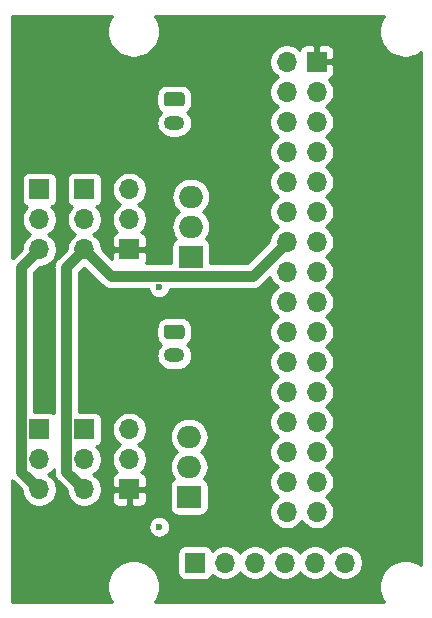
<source format=gbr>
G04 #@! TF.GenerationSoftware,KiCad,Pcbnew,(5.1.9)-1*
G04 #@! TF.CreationDate,2021-11-12T16:09:24-07:00*
G04 #@! TF.ProjectId,ABSIS_Nano_Relay_Module,41425349-535f-44e6-916e-6f5f52656c61,1*
G04 #@! TF.SameCoordinates,Original*
G04 #@! TF.FileFunction,Copper,L2,Inr*
G04 #@! TF.FilePolarity,Positive*
%FSLAX46Y46*%
G04 Gerber Fmt 4.6, Leading zero omitted, Abs format (unit mm)*
G04 Created by KiCad (PCBNEW (5.1.9)-1) date 2021-11-12 16:09:24*
%MOMM*%
%LPD*%
G01*
G04 APERTURE LIST*
G04 #@! TA.AperFunction,ComponentPad*
%ADD10O,1.700000X1.700000*%
G04 #@! TD*
G04 #@! TA.AperFunction,ComponentPad*
%ADD11R,1.700000X1.700000*%
G04 #@! TD*
G04 #@! TA.AperFunction,ComponentPad*
%ADD12O,2.000000X1.905000*%
G04 #@! TD*
G04 #@! TA.AperFunction,ComponentPad*
%ADD13R,2.000000X1.905000*%
G04 #@! TD*
G04 #@! TA.AperFunction,ComponentPad*
%ADD14O,1.750000X1.200000*%
G04 #@! TD*
G04 #@! TA.AperFunction,ViaPad*
%ADD15C,0.600000*%
G04 #@! TD*
G04 #@! TA.AperFunction,Conductor*
%ADD16C,0.914400*%
G04 #@! TD*
G04 #@! TA.AperFunction,Conductor*
%ADD17C,0.254000*%
G04 #@! TD*
G04 #@! TA.AperFunction,Conductor*
%ADD18C,0.100000*%
G04 #@! TD*
G04 APERTURE END LIST*
D10*
X128625000Y-104605000D03*
X128625000Y-102065000D03*
D11*
X128625000Y-99525000D03*
D10*
X124815000Y-104605000D03*
X124815000Y-102065000D03*
D11*
X124815000Y-99525000D03*
D10*
X128625000Y-84285000D03*
X128625000Y-81745000D03*
D11*
X128625000Y-79205000D03*
D10*
X124815000Y-84285000D03*
X124815000Y-81745000D03*
D11*
X124815000Y-79205000D03*
D12*
X137515000Y-100160000D03*
X137515000Y-102700000D03*
D13*
X137515000Y-105240000D03*
D12*
X137642000Y-79840000D03*
X137642000Y-82380000D03*
D13*
X137642000Y-84920000D03*
D10*
X132435000Y-99525000D03*
X132435000Y-102065000D03*
D11*
X132435000Y-104605000D03*
D10*
X132435000Y-79205000D03*
X132435000Y-81745000D03*
D11*
X132435000Y-84285000D03*
D14*
X136245000Y-93270000D03*
G04 #@! TA.AperFunction,ComponentPad*
G36*
G01*
X135619999Y-90670000D02*
X136870001Y-90670000D01*
G75*
G02*
X137120000Y-90919999I0J-249999D01*
G01*
X137120000Y-91620001D01*
G75*
G02*
X136870001Y-91870000I-249999J0D01*
G01*
X135619999Y-91870000D01*
G75*
G02*
X135370000Y-91620001I0J249999D01*
G01*
X135370000Y-90919999D01*
G75*
G02*
X135619999Y-90670000I249999J0D01*
G01*
G37*
G04 #@! TD.AperFunction*
X136245000Y-73585000D03*
G04 #@! TA.AperFunction,ComponentPad*
G36*
G01*
X135619999Y-70985000D02*
X136870001Y-70985000D01*
G75*
G02*
X137120000Y-71234999I0J-249999D01*
G01*
X137120000Y-71935001D01*
G75*
G02*
X136870001Y-72185000I-249999J0D01*
G01*
X135619999Y-72185000D01*
G75*
G02*
X135370000Y-71935001I0J249999D01*
G01*
X135370000Y-71234999D01*
G75*
G02*
X135619999Y-70985000I249999J0D01*
G01*
G37*
G04 #@! TD.AperFunction*
D10*
X150710000Y-110810000D03*
X148170000Y-110810000D03*
X145630000Y-110810000D03*
X143090000Y-110810000D03*
X140550000Y-110810000D03*
D11*
X138010000Y-110810000D03*
D10*
X145770000Y-106510000D03*
X148310000Y-106510000D03*
X145770000Y-103970000D03*
X148310000Y-103970000D03*
X145770000Y-101430000D03*
X148310000Y-101430000D03*
X145770000Y-98890000D03*
X148310000Y-98890000D03*
X145770000Y-96350000D03*
X148310000Y-96350000D03*
X145770000Y-93810000D03*
X148310000Y-93810000D03*
X145770000Y-91270000D03*
X148310000Y-91270000D03*
X145770000Y-88730000D03*
X148310000Y-88730000D03*
X145770000Y-86190000D03*
X148310000Y-86190000D03*
X145770000Y-83650000D03*
X148310000Y-83650000D03*
X145770000Y-81110000D03*
X148310000Y-81110000D03*
X145770000Y-78570000D03*
X148310000Y-78570000D03*
X145770000Y-76030000D03*
X148310000Y-76030000D03*
X145770000Y-73490000D03*
X148310000Y-73490000D03*
X145770000Y-70950000D03*
X148310000Y-70950000D03*
X145770000Y-68410000D03*
D11*
X148310000Y-68410000D03*
D15*
X134975000Y-87486911D03*
X134975000Y-107780000D03*
D16*
X123307799Y-85792201D02*
X124815000Y-84285000D01*
X123307799Y-103097799D02*
X123307799Y-85792201D01*
X124815000Y-104605000D02*
X123307799Y-103097799D01*
X130869701Y-86529701D02*
X128625000Y-84285000D01*
X142890299Y-86529701D02*
X130869701Y-86529701D01*
X145770000Y-83650000D02*
X142890299Y-86529701D01*
X127117799Y-85792201D02*
X128625000Y-84285000D01*
X127117799Y-103097799D02*
X127117799Y-85792201D01*
X128625000Y-104605000D02*
X127117799Y-103097799D01*
D17*
X130829369Y-64751331D02*
X130660890Y-65158075D01*
X130575000Y-65589872D01*
X130575000Y-66030128D01*
X130660890Y-66461925D01*
X130829369Y-66868669D01*
X131073962Y-67234729D01*
X131385271Y-67546038D01*
X131751331Y-67790631D01*
X132158075Y-67959110D01*
X132589872Y-68045000D01*
X133030128Y-68045000D01*
X133461925Y-67959110D01*
X133868669Y-67790631D01*
X134234729Y-67546038D01*
X134546038Y-67234729D01*
X134790631Y-66868669D01*
X134959110Y-66461925D01*
X135045000Y-66030128D01*
X135045000Y-65589872D01*
X134959110Y-65158075D01*
X134790631Y-64751331D01*
X134619356Y-64495000D01*
X154000644Y-64495000D01*
X153829369Y-64751331D01*
X153660890Y-65158075D01*
X153575000Y-65589872D01*
X153575000Y-66030128D01*
X153660890Y-66461925D01*
X153829369Y-66868669D01*
X154073962Y-67234729D01*
X154385271Y-67546038D01*
X154751331Y-67790631D01*
X155158075Y-67959110D01*
X155589872Y-68045000D01*
X156030128Y-68045000D01*
X156461925Y-67959110D01*
X156868669Y-67790631D01*
X157125001Y-67619356D01*
X157125000Y-111000644D01*
X156868669Y-110829369D01*
X156461925Y-110660890D01*
X156030128Y-110575000D01*
X155589872Y-110575000D01*
X155158075Y-110660890D01*
X154751331Y-110829369D01*
X154385271Y-111073962D01*
X154073962Y-111385271D01*
X153829369Y-111751331D01*
X153660890Y-112158075D01*
X153575000Y-112589872D01*
X153575000Y-113030128D01*
X153660890Y-113461925D01*
X153829369Y-113868669D01*
X154000644Y-114125000D01*
X134619356Y-114125000D01*
X134790631Y-113868669D01*
X134959110Y-113461925D01*
X135045000Y-113030128D01*
X135045000Y-112589872D01*
X134959110Y-112158075D01*
X134790631Y-111751331D01*
X134546038Y-111385271D01*
X134234729Y-111073962D01*
X133868669Y-110829369D01*
X133461925Y-110660890D01*
X133030128Y-110575000D01*
X132589872Y-110575000D01*
X132158075Y-110660890D01*
X131751331Y-110829369D01*
X131385271Y-111073962D01*
X131073962Y-111385271D01*
X130829369Y-111751331D01*
X130660890Y-112158075D01*
X130575000Y-112589872D01*
X130575000Y-113030128D01*
X130660890Y-113461925D01*
X130829369Y-113868669D01*
X131000644Y-114125000D01*
X122495000Y-114125000D01*
X122495000Y-109960000D01*
X136521928Y-109960000D01*
X136521928Y-111660000D01*
X136534188Y-111784482D01*
X136570498Y-111904180D01*
X136629463Y-112014494D01*
X136708815Y-112111185D01*
X136805506Y-112190537D01*
X136915820Y-112249502D01*
X137035518Y-112285812D01*
X137160000Y-112298072D01*
X138860000Y-112298072D01*
X138984482Y-112285812D01*
X139104180Y-112249502D01*
X139214494Y-112190537D01*
X139311185Y-112111185D01*
X139390537Y-112014494D01*
X139449502Y-111904180D01*
X139471513Y-111831620D01*
X139603368Y-111963475D01*
X139846589Y-112125990D01*
X140116842Y-112237932D01*
X140403740Y-112295000D01*
X140696260Y-112295000D01*
X140983158Y-112237932D01*
X141253411Y-112125990D01*
X141496632Y-111963475D01*
X141703475Y-111756632D01*
X141820000Y-111582240D01*
X141936525Y-111756632D01*
X142143368Y-111963475D01*
X142386589Y-112125990D01*
X142656842Y-112237932D01*
X142943740Y-112295000D01*
X143236260Y-112295000D01*
X143523158Y-112237932D01*
X143793411Y-112125990D01*
X144036632Y-111963475D01*
X144243475Y-111756632D01*
X144360000Y-111582240D01*
X144476525Y-111756632D01*
X144683368Y-111963475D01*
X144926589Y-112125990D01*
X145196842Y-112237932D01*
X145483740Y-112295000D01*
X145776260Y-112295000D01*
X146063158Y-112237932D01*
X146333411Y-112125990D01*
X146576632Y-111963475D01*
X146783475Y-111756632D01*
X146900000Y-111582240D01*
X147016525Y-111756632D01*
X147223368Y-111963475D01*
X147466589Y-112125990D01*
X147736842Y-112237932D01*
X148023740Y-112295000D01*
X148316260Y-112295000D01*
X148603158Y-112237932D01*
X148873411Y-112125990D01*
X149116632Y-111963475D01*
X149323475Y-111756632D01*
X149440000Y-111582240D01*
X149556525Y-111756632D01*
X149763368Y-111963475D01*
X150006589Y-112125990D01*
X150276842Y-112237932D01*
X150563740Y-112295000D01*
X150856260Y-112295000D01*
X151143158Y-112237932D01*
X151413411Y-112125990D01*
X151656632Y-111963475D01*
X151863475Y-111756632D01*
X152025990Y-111513411D01*
X152137932Y-111243158D01*
X152195000Y-110956260D01*
X152195000Y-110663740D01*
X152137932Y-110376842D01*
X152025990Y-110106589D01*
X151863475Y-109863368D01*
X151656632Y-109656525D01*
X151413411Y-109494010D01*
X151143158Y-109382068D01*
X150856260Y-109325000D01*
X150563740Y-109325000D01*
X150276842Y-109382068D01*
X150006589Y-109494010D01*
X149763368Y-109656525D01*
X149556525Y-109863368D01*
X149440000Y-110037760D01*
X149323475Y-109863368D01*
X149116632Y-109656525D01*
X148873411Y-109494010D01*
X148603158Y-109382068D01*
X148316260Y-109325000D01*
X148023740Y-109325000D01*
X147736842Y-109382068D01*
X147466589Y-109494010D01*
X147223368Y-109656525D01*
X147016525Y-109863368D01*
X146900000Y-110037760D01*
X146783475Y-109863368D01*
X146576632Y-109656525D01*
X146333411Y-109494010D01*
X146063158Y-109382068D01*
X145776260Y-109325000D01*
X145483740Y-109325000D01*
X145196842Y-109382068D01*
X144926589Y-109494010D01*
X144683368Y-109656525D01*
X144476525Y-109863368D01*
X144360000Y-110037760D01*
X144243475Y-109863368D01*
X144036632Y-109656525D01*
X143793411Y-109494010D01*
X143523158Y-109382068D01*
X143236260Y-109325000D01*
X142943740Y-109325000D01*
X142656842Y-109382068D01*
X142386589Y-109494010D01*
X142143368Y-109656525D01*
X141936525Y-109863368D01*
X141820000Y-110037760D01*
X141703475Y-109863368D01*
X141496632Y-109656525D01*
X141253411Y-109494010D01*
X140983158Y-109382068D01*
X140696260Y-109325000D01*
X140403740Y-109325000D01*
X140116842Y-109382068D01*
X139846589Y-109494010D01*
X139603368Y-109656525D01*
X139471513Y-109788380D01*
X139449502Y-109715820D01*
X139390537Y-109605506D01*
X139311185Y-109508815D01*
X139214494Y-109429463D01*
X139104180Y-109370498D01*
X138984482Y-109334188D01*
X138860000Y-109321928D01*
X137160000Y-109321928D01*
X137035518Y-109334188D01*
X136915820Y-109370498D01*
X136805506Y-109429463D01*
X136708815Y-109508815D01*
X136629463Y-109605506D01*
X136570498Y-109715820D01*
X136534188Y-109835518D01*
X136521928Y-109960000D01*
X122495000Y-109960000D01*
X122495000Y-107687911D01*
X134040000Y-107687911D01*
X134040000Y-107872089D01*
X134075932Y-108052729D01*
X134146414Y-108222889D01*
X134248738Y-108376028D01*
X134378972Y-108506262D01*
X134532111Y-108608586D01*
X134702271Y-108679068D01*
X134882911Y-108715000D01*
X135067089Y-108715000D01*
X135247729Y-108679068D01*
X135417889Y-108608586D01*
X135571028Y-108506262D01*
X135701262Y-108376028D01*
X135803586Y-108222889D01*
X135874068Y-108052729D01*
X135910000Y-107872089D01*
X135910000Y-107687911D01*
X135874068Y-107507271D01*
X135803586Y-107337111D01*
X135701262Y-107183972D01*
X135571028Y-107053738D01*
X135417889Y-106951414D01*
X135247729Y-106880932D01*
X135067089Y-106845000D01*
X134882911Y-106845000D01*
X134702271Y-106880932D01*
X134532111Y-106951414D01*
X134378972Y-107053738D01*
X134248738Y-107183972D01*
X134146414Y-107337111D01*
X134075932Y-107507271D01*
X134040000Y-107687911D01*
X122495000Y-107687911D01*
X122495000Y-103829044D01*
X122531761Y-103873837D01*
X122573436Y-103908039D01*
X123330000Y-104664604D01*
X123330000Y-104751260D01*
X123387068Y-105038158D01*
X123499010Y-105308411D01*
X123661525Y-105551632D01*
X123868368Y-105758475D01*
X124111589Y-105920990D01*
X124381842Y-106032932D01*
X124668740Y-106090000D01*
X124961260Y-106090000D01*
X125248158Y-106032932D01*
X125518411Y-105920990D01*
X125761632Y-105758475D01*
X125968475Y-105551632D01*
X126130990Y-105308411D01*
X126242932Y-105038158D01*
X126300000Y-104751260D01*
X126300000Y-104458740D01*
X126242932Y-104171842D01*
X126130990Y-103901589D01*
X125968475Y-103658368D01*
X125761632Y-103451525D01*
X125587240Y-103335000D01*
X125761632Y-103218475D01*
X125968475Y-103011632D01*
X126025599Y-102926140D01*
X126025599Y-103044157D01*
X126020316Y-103097799D01*
X126025599Y-103151440D01*
X126025599Y-103151447D01*
X126041403Y-103311907D01*
X126103856Y-103517787D01*
X126205274Y-103707528D01*
X126341761Y-103873837D01*
X126383436Y-103908039D01*
X127140000Y-104664604D01*
X127140000Y-104751260D01*
X127197068Y-105038158D01*
X127309010Y-105308411D01*
X127471525Y-105551632D01*
X127678368Y-105758475D01*
X127921589Y-105920990D01*
X128191842Y-106032932D01*
X128478740Y-106090000D01*
X128771260Y-106090000D01*
X129058158Y-106032932D01*
X129328411Y-105920990D01*
X129571632Y-105758475D01*
X129778475Y-105551632D01*
X129843042Y-105455000D01*
X130946928Y-105455000D01*
X130959188Y-105579482D01*
X130995498Y-105699180D01*
X131054463Y-105809494D01*
X131133815Y-105906185D01*
X131230506Y-105985537D01*
X131340820Y-106044502D01*
X131460518Y-106080812D01*
X131585000Y-106093072D01*
X132149250Y-106090000D01*
X132308000Y-105931250D01*
X132308000Y-104732000D01*
X132562000Y-104732000D01*
X132562000Y-105931250D01*
X132720750Y-106090000D01*
X133285000Y-106093072D01*
X133409482Y-106080812D01*
X133529180Y-106044502D01*
X133639494Y-105985537D01*
X133736185Y-105906185D01*
X133815537Y-105809494D01*
X133874502Y-105699180D01*
X133910812Y-105579482D01*
X133923072Y-105455000D01*
X133920000Y-104890750D01*
X133761250Y-104732000D01*
X132562000Y-104732000D01*
X132308000Y-104732000D01*
X131108750Y-104732000D01*
X130950000Y-104890750D01*
X130946928Y-105455000D01*
X129843042Y-105455000D01*
X129940990Y-105308411D01*
X130052932Y-105038158D01*
X130110000Y-104751260D01*
X130110000Y-104458740D01*
X130052932Y-104171842D01*
X129940990Y-103901589D01*
X129843043Y-103755000D01*
X130946928Y-103755000D01*
X130950000Y-104319250D01*
X131108750Y-104478000D01*
X132308000Y-104478000D01*
X132308000Y-104458000D01*
X132562000Y-104458000D01*
X132562000Y-104478000D01*
X133761250Y-104478000D01*
X133920000Y-104319250D01*
X133923072Y-103755000D01*
X133910812Y-103630518D01*
X133874502Y-103510820D01*
X133815537Y-103400506D01*
X133736185Y-103303815D01*
X133639494Y-103224463D01*
X133529180Y-103165498D01*
X133456620Y-103143487D01*
X133588475Y-103011632D01*
X133750990Y-102768411D01*
X133862932Y-102498158D01*
X133920000Y-102211260D01*
X133920000Y-101918740D01*
X133862932Y-101631842D01*
X133750990Y-101361589D01*
X133588475Y-101118368D01*
X133381632Y-100911525D01*
X133207240Y-100795000D01*
X133381632Y-100678475D01*
X133588475Y-100471632D01*
X133750990Y-100228411D01*
X133779326Y-100160000D01*
X135872319Y-100160000D01*
X135902970Y-100471204D01*
X135993745Y-100770449D01*
X136141155Y-101046235D01*
X136339537Y-101287963D01*
X136512609Y-101430000D01*
X136339537Y-101572037D01*
X136141155Y-101813765D01*
X135993745Y-102089551D01*
X135902970Y-102388796D01*
X135872319Y-102700000D01*
X135902970Y-103011204D01*
X135993745Y-103310449D01*
X136141155Y-103586235D01*
X136244446Y-103712095D01*
X136160506Y-103756963D01*
X136063815Y-103836315D01*
X135984463Y-103933006D01*
X135925498Y-104043320D01*
X135889188Y-104163018D01*
X135876928Y-104287500D01*
X135876928Y-106192500D01*
X135889188Y-106316982D01*
X135925498Y-106436680D01*
X135984463Y-106546994D01*
X136063815Y-106643685D01*
X136160506Y-106723037D01*
X136270820Y-106782002D01*
X136390518Y-106818312D01*
X136515000Y-106830572D01*
X138515000Y-106830572D01*
X138639482Y-106818312D01*
X138759180Y-106782002D01*
X138869494Y-106723037D01*
X138966185Y-106643685D01*
X139045537Y-106546994D01*
X139104502Y-106436680D01*
X139140812Y-106316982D01*
X139153072Y-106192500D01*
X139153072Y-104287500D01*
X139140812Y-104163018D01*
X139104502Y-104043320D01*
X139045537Y-103933006D01*
X138966185Y-103836315D01*
X138869494Y-103756963D01*
X138785554Y-103712095D01*
X138888845Y-103586235D01*
X139036255Y-103310449D01*
X139127030Y-103011204D01*
X139157681Y-102700000D01*
X139127030Y-102388796D01*
X139036255Y-102089551D01*
X138888845Y-101813765D01*
X138690463Y-101572037D01*
X138517391Y-101430000D01*
X138690463Y-101287963D01*
X138888845Y-101046235D01*
X139036255Y-100770449D01*
X139127030Y-100471204D01*
X139157681Y-100160000D01*
X139127030Y-99848796D01*
X139036255Y-99549551D01*
X138888845Y-99273765D01*
X138690463Y-99032037D01*
X138448735Y-98833655D01*
X138172949Y-98686245D01*
X137873704Y-98595470D01*
X137640486Y-98572500D01*
X137389514Y-98572500D01*
X137156296Y-98595470D01*
X136857051Y-98686245D01*
X136581265Y-98833655D01*
X136339537Y-99032037D01*
X136141155Y-99273765D01*
X135993745Y-99549551D01*
X135902970Y-99848796D01*
X135872319Y-100160000D01*
X133779326Y-100160000D01*
X133862932Y-99958158D01*
X133920000Y-99671260D01*
X133920000Y-99378740D01*
X133862932Y-99091842D01*
X133750990Y-98821589D01*
X133588475Y-98578368D01*
X133381632Y-98371525D01*
X133138411Y-98209010D01*
X132868158Y-98097068D01*
X132581260Y-98040000D01*
X132288740Y-98040000D01*
X132001842Y-98097068D01*
X131731589Y-98209010D01*
X131488368Y-98371525D01*
X131281525Y-98578368D01*
X131119010Y-98821589D01*
X131007068Y-99091842D01*
X130950000Y-99378740D01*
X130950000Y-99671260D01*
X131007068Y-99958158D01*
X131119010Y-100228411D01*
X131281525Y-100471632D01*
X131488368Y-100678475D01*
X131662760Y-100795000D01*
X131488368Y-100911525D01*
X131281525Y-101118368D01*
X131119010Y-101361589D01*
X131007068Y-101631842D01*
X130950000Y-101918740D01*
X130950000Y-102211260D01*
X131007068Y-102498158D01*
X131119010Y-102768411D01*
X131281525Y-103011632D01*
X131413380Y-103143487D01*
X131340820Y-103165498D01*
X131230506Y-103224463D01*
X131133815Y-103303815D01*
X131054463Y-103400506D01*
X130995498Y-103510820D01*
X130959188Y-103630518D01*
X130946928Y-103755000D01*
X129843043Y-103755000D01*
X129778475Y-103658368D01*
X129571632Y-103451525D01*
X129397240Y-103335000D01*
X129571632Y-103218475D01*
X129778475Y-103011632D01*
X129940990Y-102768411D01*
X130052932Y-102498158D01*
X130110000Y-102211260D01*
X130110000Y-101918740D01*
X130052932Y-101631842D01*
X129940990Y-101361589D01*
X129778475Y-101118368D01*
X129646620Y-100986513D01*
X129719180Y-100964502D01*
X129829494Y-100905537D01*
X129926185Y-100826185D01*
X130005537Y-100729494D01*
X130064502Y-100619180D01*
X130100812Y-100499482D01*
X130113072Y-100375000D01*
X130113072Y-98675000D01*
X130100812Y-98550518D01*
X130064502Y-98430820D01*
X130005537Y-98320506D01*
X129926185Y-98223815D01*
X129829494Y-98144463D01*
X129719180Y-98085498D01*
X129599482Y-98049188D01*
X129475000Y-98036928D01*
X128209999Y-98036928D01*
X128209999Y-93270000D01*
X134729025Y-93270000D01*
X134752870Y-93512102D01*
X134823489Y-93744901D01*
X134938167Y-93959449D01*
X135092498Y-94147502D01*
X135280551Y-94301833D01*
X135495099Y-94416511D01*
X135727898Y-94487130D01*
X135909335Y-94505000D01*
X136580665Y-94505000D01*
X136762102Y-94487130D01*
X136994901Y-94416511D01*
X137209449Y-94301833D01*
X137397502Y-94147502D01*
X137551833Y-93959449D01*
X137666511Y-93744901D01*
X137737130Y-93512102D01*
X137760975Y-93270000D01*
X137737130Y-93027898D01*
X137666511Y-92795099D01*
X137551833Y-92580551D01*
X137397502Y-92392498D01*
X137358889Y-92360809D01*
X137363387Y-92358405D01*
X137497962Y-92247962D01*
X137608405Y-92113387D01*
X137690472Y-91959851D01*
X137741008Y-91793255D01*
X137758072Y-91620001D01*
X137758072Y-90919999D01*
X137741008Y-90746745D01*
X137690472Y-90580149D01*
X137608405Y-90426613D01*
X137497962Y-90292038D01*
X137363387Y-90181595D01*
X137209851Y-90099528D01*
X137043255Y-90048992D01*
X136870001Y-90031928D01*
X135619999Y-90031928D01*
X135446745Y-90048992D01*
X135280149Y-90099528D01*
X135126613Y-90181595D01*
X134992038Y-90292038D01*
X134881595Y-90426613D01*
X134799528Y-90580149D01*
X134748992Y-90746745D01*
X134731928Y-90919999D01*
X134731928Y-91620001D01*
X134748992Y-91793255D01*
X134799528Y-91959851D01*
X134881595Y-92113387D01*
X134992038Y-92247962D01*
X135126613Y-92358405D01*
X135131111Y-92360809D01*
X135092498Y-92392498D01*
X134938167Y-92580551D01*
X134823489Y-92795099D01*
X134752870Y-93027898D01*
X134729025Y-93270000D01*
X128209999Y-93270000D01*
X128209999Y-86244604D01*
X128625000Y-85829603D01*
X130059466Y-87264070D01*
X130093663Y-87305739D01*
X130259972Y-87442226D01*
X130449712Y-87543644D01*
X130655592Y-87606097D01*
X130816052Y-87621901D01*
X130816060Y-87621901D01*
X130869701Y-87627184D01*
X130923342Y-87621901D01*
X134048534Y-87621901D01*
X134075932Y-87759640D01*
X134146414Y-87929800D01*
X134248738Y-88082939D01*
X134378972Y-88213173D01*
X134532111Y-88315497D01*
X134702271Y-88385979D01*
X134882911Y-88421911D01*
X135067089Y-88421911D01*
X135247729Y-88385979D01*
X135417889Y-88315497D01*
X135571028Y-88213173D01*
X135701262Y-88082939D01*
X135803586Y-87929800D01*
X135874068Y-87759640D01*
X135901466Y-87621901D01*
X142836658Y-87621901D01*
X142890299Y-87627184D01*
X142943940Y-87621901D01*
X142943948Y-87621901D01*
X143104408Y-87606097D01*
X143310288Y-87543644D01*
X143500028Y-87442226D01*
X143666337Y-87305739D01*
X143700539Y-87264064D01*
X144341965Y-86622639D01*
X144342068Y-86623158D01*
X144454010Y-86893411D01*
X144616525Y-87136632D01*
X144823368Y-87343475D01*
X144997760Y-87460000D01*
X144823368Y-87576525D01*
X144616525Y-87783368D01*
X144454010Y-88026589D01*
X144342068Y-88296842D01*
X144285000Y-88583740D01*
X144285000Y-88876260D01*
X144342068Y-89163158D01*
X144454010Y-89433411D01*
X144616525Y-89676632D01*
X144823368Y-89883475D01*
X144997760Y-90000000D01*
X144823368Y-90116525D01*
X144616525Y-90323368D01*
X144454010Y-90566589D01*
X144342068Y-90836842D01*
X144285000Y-91123740D01*
X144285000Y-91416260D01*
X144342068Y-91703158D01*
X144454010Y-91973411D01*
X144616525Y-92216632D01*
X144823368Y-92423475D01*
X144997760Y-92540000D01*
X144823368Y-92656525D01*
X144616525Y-92863368D01*
X144454010Y-93106589D01*
X144342068Y-93376842D01*
X144285000Y-93663740D01*
X144285000Y-93956260D01*
X144342068Y-94243158D01*
X144454010Y-94513411D01*
X144616525Y-94756632D01*
X144823368Y-94963475D01*
X144997760Y-95080000D01*
X144823368Y-95196525D01*
X144616525Y-95403368D01*
X144454010Y-95646589D01*
X144342068Y-95916842D01*
X144285000Y-96203740D01*
X144285000Y-96496260D01*
X144342068Y-96783158D01*
X144454010Y-97053411D01*
X144616525Y-97296632D01*
X144823368Y-97503475D01*
X144997760Y-97620000D01*
X144823368Y-97736525D01*
X144616525Y-97943368D01*
X144454010Y-98186589D01*
X144342068Y-98456842D01*
X144285000Y-98743740D01*
X144285000Y-99036260D01*
X144342068Y-99323158D01*
X144454010Y-99593411D01*
X144616525Y-99836632D01*
X144823368Y-100043475D01*
X144997760Y-100160000D01*
X144823368Y-100276525D01*
X144616525Y-100483368D01*
X144454010Y-100726589D01*
X144342068Y-100996842D01*
X144285000Y-101283740D01*
X144285000Y-101576260D01*
X144342068Y-101863158D01*
X144454010Y-102133411D01*
X144616525Y-102376632D01*
X144823368Y-102583475D01*
X144997760Y-102700000D01*
X144823368Y-102816525D01*
X144616525Y-103023368D01*
X144454010Y-103266589D01*
X144342068Y-103536842D01*
X144285000Y-103823740D01*
X144285000Y-104116260D01*
X144342068Y-104403158D01*
X144454010Y-104673411D01*
X144616525Y-104916632D01*
X144823368Y-105123475D01*
X144997760Y-105240000D01*
X144823368Y-105356525D01*
X144616525Y-105563368D01*
X144454010Y-105806589D01*
X144342068Y-106076842D01*
X144285000Y-106363740D01*
X144285000Y-106656260D01*
X144342068Y-106943158D01*
X144454010Y-107213411D01*
X144616525Y-107456632D01*
X144823368Y-107663475D01*
X145066589Y-107825990D01*
X145336842Y-107937932D01*
X145623740Y-107995000D01*
X145916260Y-107995000D01*
X146203158Y-107937932D01*
X146473411Y-107825990D01*
X146716632Y-107663475D01*
X146923475Y-107456632D01*
X147040000Y-107282240D01*
X147156525Y-107456632D01*
X147363368Y-107663475D01*
X147606589Y-107825990D01*
X147876842Y-107937932D01*
X148163740Y-107995000D01*
X148456260Y-107995000D01*
X148743158Y-107937932D01*
X149013411Y-107825990D01*
X149256632Y-107663475D01*
X149463475Y-107456632D01*
X149625990Y-107213411D01*
X149737932Y-106943158D01*
X149795000Y-106656260D01*
X149795000Y-106363740D01*
X149737932Y-106076842D01*
X149625990Y-105806589D01*
X149463475Y-105563368D01*
X149256632Y-105356525D01*
X149082240Y-105240000D01*
X149256632Y-105123475D01*
X149463475Y-104916632D01*
X149625990Y-104673411D01*
X149737932Y-104403158D01*
X149795000Y-104116260D01*
X149795000Y-103823740D01*
X149737932Y-103536842D01*
X149625990Y-103266589D01*
X149463475Y-103023368D01*
X149256632Y-102816525D01*
X149082240Y-102700000D01*
X149256632Y-102583475D01*
X149463475Y-102376632D01*
X149625990Y-102133411D01*
X149737932Y-101863158D01*
X149795000Y-101576260D01*
X149795000Y-101283740D01*
X149737932Y-100996842D01*
X149625990Y-100726589D01*
X149463475Y-100483368D01*
X149256632Y-100276525D01*
X149082240Y-100160000D01*
X149256632Y-100043475D01*
X149463475Y-99836632D01*
X149625990Y-99593411D01*
X149737932Y-99323158D01*
X149795000Y-99036260D01*
X149795000Y-98743740D01*
X149737932Y-98456842D01*
X149625990Y-98186589D01*
X149463475Y-97943368D01*
X149256632Y-97736525D01*
X149082240Y-97620000D01*
X149256632Y-97503475D01*
X149463475Y-97296632D01*
X149625990Y-97053411D01*
X149737932Y-96783158D01*
X149795000Y-96496260D01*
X149795000Y-96203740D01*
X149737932Y-95916842D01*
X149625990Y-95646589D01*
X149463475Y-95403368D01*
X149256632Y-95196525D01*
X149082240Y-95080000D01*
X149256632Y-94963475D01*
X149463475Y-94756632D01*
X149625990Y-94513411D01*
X149737932Y-94243158D01*
X149795000Y-93956260D01*
X149795000Y-93663740D01*
X149737932Y-93376842D01*
X149625990Y-93106589D01*
X149463475Y-92863368D01*
X149256632Y-92656525D01*
X149082240Y-92540000D01*
X149256632Y-92423475D01*
X149463475Y-92216632D01*
X149625990Y-91973411D01*
X149737932Y-91703158D01*
X149795000Y-91416260D01*
X149795000Y-91123740D01*
X149737932Y-90836842D01*
X149625990Y-90566589D01*
X149463475Y-90323368D01*
X149256632Y-90116525D01*
X149082240Y-90000000D01*
X149256632Y-89883475D01*
X149463475Y-89676632D01*
X149625990Y-89433411D01*
X149737932Y-89163158D01*
X149795000Y-88876260D01*
X149795000Y-88583740D01*
X149737932Y-88296842D01*
X149625990Y-88026589D01*
X149463475Y-87783368D01*
X149256632Y-87576525D01*
X149082240Y-87460000D01*
X149256632Y-87343475D01*
X149463475Y-87136632D01*
X149625990Y-86893411D01*
X149737932Y-86623158D01*
X149795000Y-86336260D01*
X149795000Y-86043740D01*
X149737932Y-85756842D01*
X149625990Y-85486589D01*
X149463475Y-85243368D01*
X149256632Y-85036525D01*
X149082240Y-84920000D01*
X149256632Y-84803475D01*
X149463475Y-84596632D01*
X149625990Y-84353411D01*
X149737932Y-84083158D01*
X149795000Y-83796260D01*
X149795000Y-83503740D01*
X149737932Y-83216842D01*
X149625990Y-82946589D01*
X149463475Y-82703368D01*
X149256632Y-82496525D01*
X149082240Y-82380000D01*
X149256632Y-82263475D01*
X149463475Y-82056632D01*
X149625990Y-81813411D01*
X149737932Y-81543158D01*
X149795000Y-81256260D01*
X149795000Y-80963740D01*
X149737932Y-80676842D01*
X149625990Y-80406589D01*
X149463475Y-80163368D01*
X149256632Y-79956525D01*
X149082240Y-79840000D01*
X149256632Y-79723475D01*
X149463475Y-79516632D01*
X149625990Y-79273411D01*
X149737932Y-79003158D01*
X149795000Y-78716260D01*
X149795000Y-78423740D01*
X149737932Y-78136842D01*
X149625990Y-77866589D01*
X149463475Y-77623368D01*
X149256632Y-77416525D01*
X149082240Y-77300000D01*
X149256632Y-77183475D01*
X149463475Y-76976632D01*
X149625990Y-76733411D01*
X149737932Y-76463158D01*
X149795000Y-76176260D01*
X149795000Y-75883740D01*
X149737932Y-75596842D01*
X149625990Y-75326589D01*
X149463475Y-75083368D01*
X149256632Y-74876525D01*
X149082240Y-74760000D01*
X149256632Y-74643475D01*
X149463475Y-74436632D01*
X149625990Y-74193411D01*
X149737932Y-73923158D01*
X149795000Y-73636260D01*
X149795000Y-73343740D01*
X149737932Y-73056842D01*
X149625990Y-72786589D01*
X149463475Y-72543368D01*
X149256632Y-72336525D01*
X149082240Y-72220000D01*
X149256632Y-72103475D01*
X149463475Y-71896632D01*
X149625990Y-71653411D01*
X149737932Y-71383158D01*
X149795000Y-71096260D01*
X149795000Y-70803740D01*
X149737932Y-70516842D01*
X149625990Y-70246589D01*
X149463475Y-70003368D01*
X149331620Y-69871513D01*
X149404180Y-69849502D01*
X149514494Y-69790537D01*
X149611185Y-69711185D01*
X149690537Y-69614494D01*
X149749502Y-69504180D01*
X149785812Y-69384482D01*
X149798072Y-69260000D01*
X149795000Y-68695750D01*
X149636250Y-68537000D01*
X148437000Y-68537000D01*
X148437000Y-68557000D01*
X148183000Y-68557000D01*
X148183000Y-68537000D01*
X148163000Y-68537000D01*
X148163000Y-68283000D01*
X148183000Y-68283000D01*
X148183000Y-67083750D01*
X148437000Y-67083750D01*
X148437000Y-68283000D01*
X149636250Y-68283000D01*
X149795000Y-68124250D01*
X149798072Y-67560000D01*
X149785812Y-67435518D01*
X149749502Y-67315820D01*
X149690537Y-67205506D01*
X149611185Y-67108815D01*
X149514494Y-67029463D01*
X149404180Y-66970498D01*
X149284482Y-66934188D01*
X149160000Y-66921928D01*
X148595750Y-66925000D01*
X148437000Y-67083750D01*
X148183000Y-67083750D01*
X148024250Y-66925000D01*
X147460000Y-66921928D01*
X147335518Y-66934188D01*
X147215820Y-66970498D01*
X147105506Y-67029463D01*
X147008815Y-67108815D01*
X146929463Y-67205506D01*
X146870498Y-67315820D01*
X146848487Y-67388380D01*
X146716632Y-67256525D01*
X146473411Y-67094010D01*
X146203158Y-66982068D01*
X145916260Y-66925000D01*
X145623740Y-66925000D01*
X145336842Y-66982068D01*
X145066589Y-67094010D01*
X144823368Y-67256525D01*
X144616525Y-67463368D01*
X144454010Y-67706589D01*
X144342068Y-67976842D01*
X144285000Y-68263740D01*
X144285000Y-68556260D01*
X144342068Y-68843158D01*
X144454010Y-69113411D01*
X144616525Y-69356632D01*
X144823368Y-69563475D01*
X144997760Y-69680000D01*
X144823368Y-69796525D01*
X144616525Y-70003368D01*
X144454010Y-70246589D01*
X144342068Y-70516842D01*
X144285000Y-70803740D01*
X144285000Y-71096260D01*
X144342068Y-71383158D01*
X144454010Y-71653411D01*
X144616525Y-71896632D01*
X144823368Y-72103475D01*
X144997760Y-72220000D01*
X144823368Y-72336525D01*
X144616525Y-72543368D01*
X144454010Y-72786589D01*
X144342068Y-73056842D01*
X144285000Y-73343740D01*
X144285000Y-73636260D01*
X144342068Y-73923158D01*
X144454010Y-74193411D01*
X144616525Y-74436632D01*
X144823368Y-74643475D01*
X144997760Y-74760000D01*
X144823368Y-74876525D01*
X144616525Y-75083368D01*
X144454010Y-75326589D01*
X144342068Y-75596842D01*
X144285000Y-75883740D01*
X144285000Y-76176260D01*
X144342068Y-76463158D01*
X144454010Y-76733411D01*
X144616525Y-76976632D01*
X144823368Y-77183475D01*
X144997760Y-77300000D01*
X144823368Y-77416525D01*
X144616525Y-77623368D01*
X144454010Y-77866589D01*
X144342068Y-78136842D01*
X144285000Y-78423740D01*
X144285000Y-78716260D01*
X144342068Y-79003158D01*
X144454010Y-79273411D01*
X144616525Y-79516632D01*
X144823368Y-79723475D01*
X144997760Y-79840000D01*
X144823368Y-79956525D01*
X144616525Y-80163368D01*
X144454010Y-80406589D01*
X144342068Y-80676842D01*
X144285000Y-80963740D01*
X144285000Y-81256260D01*
X144342068Y-81543158D01*
X144454010Y-81813411D01*
X144616525Y-82056632D01*
X144823368Y-82263475D01*
X144997760Y-82380000D01*
X144823368Y-82496525D01*
X144616525Y-82703368D01*
X144454010Y-82946589D01*
X144342068Y-83216842D01*
X144285000Y-83503740D01*
X144285000Y-83590396D01*
X142437896Y-85437501D01*
X139280072Y-85437501D01*
X139280072Y-83967500D01*
X139267812Y-83843018D01*
X139231502Y-83723320D01*
X139172537Y-83613006D01*
X139093185Y-83516315D01*
X138996494Y-83436963D01*
X138912554Y-83392095D01*
X139015845Y-83266235D01*
X139163255Y-82990449D01*
X139254030Y-82691204D01*
X139284681Y-82380000D01*
X139254030Y-82068796D01*
X139163255Y-81769551D01*
X139015845Y-81493765D01*
X138817463Y-81252037D01*
X138644391Y-81110000D01*
X138817463Y-80967963D01*
X139015845Y-80726235D01*
X139163255Y-80450449D01*
X139254030Y-80151204D01*
X139284681Y-79840000D01*
X139254030Y-79528796D01*
X139163255Y-79229551D01*
X139015845Y-78953765D01*
X138817463Y-78712037D01*
X138575735Y-78513655D01*
X138299949Y-78366245D01*
X138000704Y-78275470D01*
X137767486Y-78252500D01*
X137516514Y-78252500D01*
X137283296Y-78275470D01*
X136984051Y-78366245D01*
X136708265Y-78513655D01*
X136466537Y-78712037D01*
X136268155Y-78953765D01*
X136120745Y-79229551D01*
X136029970Y-79528796D01*
X135999319Y-79840000D01*
X136029970Y-80151204D01*
X136120745Y-80450449D01*
X136268155Y-80726235D01*
X136466537Y-80967963D01*
X136639609Y-81110000D01*
X136466537Y-81252037D01*
X136268155Y-81493765D01*
X136120745Y-81769551D01*
X136029970Y-82068796D01*
X135999319Y-82380000D01*
X136029970Y-82691204D01*
X136120745Y-82990449D01*
X136268155Y-83266235D01*
X136371446Y-83392095D01*
X136287506Y-83436963D01*
X136190815Y-83516315D01*
X136111463Y-83613006D01*
X136052498Y-83723320D01*
X136016188Y-83843018D01*
X136003928Y-83967500D01*
X136003928Y-85437501D01*
X133843328Y-85437501D01*
X133874502Y-85379180D01*
X133910812Y-85259482D01*
X133923072Y-85135000D01*
X133920000Y-84570750D01*
X133761250Y-84412000D01*
X132562000Y-84412000D01*
X132562000Y-84432000D01*
X132308000Y-84432000D01*
X132308000Y-84412000D01*
X131108750Y-84412000D01*
X130950000Y-84570750D01*
X130947322Y-85062718D01*
X130110000Y-84225397D01*
X130110000Y-84138740D01*
X130052932Y-83851842D01*
X129940990Y-83581589D01*
X129843043Y-83435000D01*
X130946928Y-83435000D01*
X130950000Y-83999250D01*
X131108750Y-84158000D01*
X132308000Y-84158000D01*
X132308000Y-84138000D01*
X132562000Y-84138000D01*
X132562000Y-84158000D01*
X133761250Y-84158000D01*
X133920000Y-83999250D01*
X133923072Y-83435000D01*
X133910812Y-83310518D01*
X133874502Y-83190820D01*
X133815537Y-83080506D01*
X133736185Y-82983815D01*
X133639494Y-82904463D01*
X133529180Y-82845498D01*
X133456620Y-82823487D01*
X133588475Y-82691632D01*
X133750990Y-82448411D01*
X133862932Y-82178158D01*
X133920000Y-81891260D01*
X133920000Y-81598740D01*
X133862932Y-81311842D01*
X133750990Y-81041589D01*
X133588475Y-80798368D01*
X133381632Y-80591525D01*
X133207240Y-80475000D01*
X133381632Y-80358475D01*
X133588475Y-80151632D01*
X133750990Y-79908411D01*
X133862932Y-79638158D01*
X133920000Y-79351260D01*
X133920000Y-79058740D01*
X133862932Y-78771842D01*
X133750990Y-78501589D01*
X133588475Y-78258368D01*
X133381632Y-78051525D01*
X133138411Y-77889010D01*
X132868158Y-77777068D01*
X132581260Y-77720000D01*
X132288740Y-77720000D01*
X132001842Y-77777068D01*
X131731589Y-77889010D01*
X131488368Y-78051525D01*
X131281525Y-78258368D01*
X131119010Y-78501589D01*
X131007068Y-78771842D01*
X130950000Y-79058740D01*
X130950000Y-79351260D01*
X131007068Y-79638158D01*
X131119010Y-79908411D01*
X131281525Y-80151632D01*
X131488368Y-80358475D01*
X131662760Y-80475000D01*
X131488368Y-80591525D01*
X131281525Y-80798368D01*
X131119010Y-81041589D01*
X131007068Y-81311842D01*
X130950000Y-81598740D01*
X130950000Y-81891260D01*
X131007068Y-82178158D01*
X131119010Y-82448411D01*
X131281525Y-82691632D01*
X131413380Y-82823487D01*
X131340820Y-82845498D01*
X131230506Y-82904463D01*
X131133815Y-82983815D01*
X131054463Y-83080506D01*
X130995498Y-83190820D01*
X130959188Y-83310518D01*
X130946928Y-83435000D01*
X129843043Y-83435000D01*
X129778475Y-83338368D01*
X129571632Y-83131525D01*
X129397240Y-83015000D01*
X129571632Y-82898475D01*
X129778475Y-82691632D01*
X129940990Y-82448411D01*
X130052932Y-82178158D01*
X130110000Y-81891260D01*
X130110000Y-81598740D01*
X130052932Y-81311842D01*
X129940990Y-81041589D01*
X129778475Y-80798368D01*
X129646620Y-80666513D01*
X129719180Y-80644502D01*
X129829494Y-80585537D01*
X129926185Y-80506185D01*
X130005537Y-80409494D01*
X130064502Y-80299180D01*
X130100812Y-80179482D01*
X130113072Y-80055000D01*
X130113072Y-78355000D01*
X130100812Y-78230518D01*
X130064502Y-78110820D01*
X130005537Y-78000506D01*
X129926185Y-77903815D01*
X129829494Y-77824463D01*
X129719180Y-77765498D01*
X129599482Y-77729188D01*
X129475000Y-77716928D01*
X127775000Y-77716928D01*
X127650518Y-77729188D01*
X127530820Y-77765498D01*
X127420506Y-77824463D01*
X127323815Y-77903815D01*
X127244463Y-78000506D01*
X127185498Y-78110820D01*
X127149188Y-78230518D01*
X127136928Y-78355000D01*
X127136928Y-80055000D01*
X127149188Y-80179482D01*
X127185498Y-80299180D01*
X127244463Y-80409494D01*
X127323815Y-80506185D01*
X127420506Y-80585537D01*
X127530820Y-80644502D01*
X127603380Y-80666513D01*
X127471525Y-80798368D01*
X127309010Y-81041589D01*
X127197068Y-81311842D01*
X127140000Y-81598740D01*
X127140000Y-81891260D01*
X127197068Y-82178158D01*
X127309010Y-82448411D01*
X127471525Y-82691632D01*
X127678368Y-82898475D01*
X127852760Y-83015000D01*
X127678368Y-83131525D01*
X127471525Y-83338368D01*
X127309010Y-83581589D01*
X127197068Y-83851842D01*
X127140000Y-84138740D01*
X127140000Y-84225396D01*
X126383431Y-84981966D01*
X126341762Y-85016163D01*
X126205275Y-85182472D01*
X126164112Y-85259482D01*
X126103856Y-85372213D01*
X126041403Y-85578092D01*
X126020316Y-85792201D01*
X126025600Y-85845853D01*
X126025599Y-98149473D01*
X126019494Y-98144463D01*
X125909180Y-98085498D01*
X125789482Y-98049188D01*
X125665000Y-98036928D01*
X124399999Y-98036928D01*
X124399999Y-86244604D01*
X124874604Y-85770000D01*
X124961260Y-85770000D01*
X125248158Y-85712932D01*
X125518411Y-85600990D01*
X125761632Y-85438475D01*
X125968475Y-85231632D01*
X126130990Y-84988411D01*
X126242932Y-84718158D01*
X126300000Y-84431260D01*
X126300000Y-84138740D01*
X126242932Y-83851842D01*
X126130990Y-83581589D01*
X125968475Y-83338368D01*
X125761632Y-83131525D01*
X125587240Y-83015000D01*
X125761632Y-82898475D01*
X125968475Y-82691632D01*
X126130990Y-82448411D01*
X126242932Y-82178158D01*
X126300000Y-81891260D01*
X126300000Y-81598740D01*
X126242932Y-81311842D01*
X126130990Y-81041589D01*
X125968475Y-80798368D01*
X125836620Y-80666513D01*
X125909180Y-80644502D01*
X126019494Y-80585537D01*
X126116185Y-80506185D01*
X126195537Y-80409494D01*
X126254502Y-80299180D01*
X126290812Y-80179482D01*
X126303072Y-80055000D01*
X126303072Y-78355000D01*
X126290812Y-78230518D01*
X126254502Y-78110820D01*
X126195537Y-78000506D01*
X126116185Y-77903815D01*
X126019494Y-77824463D01*
X125909180Y-77765498D01*
X125789482Y-77729188D01*
X125665000Y-77716928D01*
X123965000Y-77716928D01*
X123840518Y-77729188D01*
X123720820Y-77765498D01*
X123610506Y-77824463D01*
X123513815Y-77903815D01*
X123434463Y-78000506D01*
X123375498Y-78110820D01*
X123339188Y-78230518D01*
X123326928Y-78355000D01*
X123326928Y-80055000D01*
X123339188Y-80179482D01*
X123375498Y-80299180D01*
X123434463Y-80409494D01*
X123513815Y-80506185D01*
X123610506Y-80585537D01*
X123720820Y-80644502D01*
X123793380Y-80666513D01*
X123661525Y-80798368D01*
X123499010Y-81041589D01*
X123387068Y-81311842D01*
X123330000Y-81598740D01*
X123330000Y-81891260D01*
X123387068Y-82178158D01*
X123499010Y-82448411D01*
X123661525Y-82691632D01*
X123868368Y-82898475D01*
X124042760Y-83015000D01*
X123868368Y-83131525D01*
X123661525Y-83338368D01*
X123499010Y-83581589D01*
X123387068Y-83851842D01*
X123330000Y-84138740D01*
X123330000Y-84225396D01*
X122573431Y-84981966D01*
X122531762Y-85016163D01*
X122495000Y-85060957D01*
X122495000Y-73585000D01*
X134729025Y-73585000D01*
X134752870Y-73827102D01*
X134823489Y-74059901D01*
X134938167Y-74274449D01*
X135092498Y-74462502D01*
X135280551Y-74616833D01*
X135495099Y-74731511D01*
X135727898Y-74802130D01*
X135909335Y-74820000D01*
X136580665Y-74820000D01*
X136762102Y-74802130D01*
X136994901Y-74731511D01*
X137209449Y-74616833D01*
X137397502Y-74462502D01*
X137551833Y-74274449D01*
X137666511Y-74059901D01*
X137737130Y-73827102D01*
X137760975Y-73585000D01*
X137737130Y-73342898D01*
X137666511Y-73110099D01*
X137551833Y-72895551D01*
X137397502Y-72707498D01*
X137358889Y-72675809D01*
X137363387Y-72673405D01*
X137497962Y-72562962D01*
X137608405Y-72428387D01*
X137690472Y-72274851D01*
X137741008Y-72108255D01*
X137758072Y-71935001D01*
X137758072Y-71234999D01*
X137741008Y-71061745D01*
X137690472Y-70895149D01*
X137608405Y-70741613D01*
X137497962Y-70607038D01*
X137363387Y-70496595D01*
X137209851Y-70414528D01*
X137043255Y-70363992D01*
X136870001Y-70346928D01*
X135619999Y-70346928D01*
X135446745Y-70363992D01*
X135280149Y-70414528D01*
X135126613Y-70496595D01*
X134992038Y-70607038D01*
X134881595Y-70741613D01*
X134799528Y-70895149D01*
X134748992Y-71061745D01*
X134731928Y-71234999D01*
X134731928Y-71935001D01*
X134748992Y-72108255D01*
X134799528Y-72274851D01*
X134881595Y-72428387D01*
X134992038Y-72562962D01*
X135126613Y-72673405D01*
X135131111Y-72675809D01*
X135092498Y-72707498D01*
X134938167Y-72895551D01*
X134823489Y-73110099D01*
X134752870Y-73342898D01*
X134729025Y-73585000D01*
X122495000Y-73585000D01*
X122495000Y-64495000D01*
X131000644Y-64495000D01*
X130829369Y-64751331D01*
G04 #@! TA.AperFunction,Conductor*
D18*
G36*
X130829369Y-64751331D02*
G01*
X130660890Y-65158075D01*
X130575000Y-65589872D01*
X130575000Y-66030128D01*
X130660890Y-66461925D01*
X130829369Y-66868669D01*
X131073962Y-67234729D01*
X131385271Y-67546038D01*
X131751331Y-67790631D01*
X132158075Y-67959110D01*
X132589872Y-68045000D01*
X133030128Y-68045000D01*
X133461925Y-67959110D01*
X133868669Y-67790631D01*
X134234729Y-67546038D01*
X134546038Y-67234729D01*
X134790631Y-66868669D01*
X134959110Y-66461925D01*
X135045000Y-66030128D01*
X135045000Y-65589872D01*
X134959110Y-65158075D01*
X134790631Y-64751331D01*
X134619356Y-64495000D01*
X154000644Y-64495000D01*
X153829369Y-64751331D01*
X153660890Y-65158075D01*
X153575000Y-65589872D01*
X153575000Y-66030128D01*
X153660890Y-66461925D01*
X153829369Y-66868669D01*
X154073962Y-67234729D01*
X154385271Y-67546038D01*
X154751331Y-67790631D01*
X155158075Y-67959110D01*
X155589872Y-68045000D01*
X156030128Y-68045000D01*
X156461925Y-67959110D01*
X156868669Y-67790631D01*
X157125001Y-67619356D01*
X157125000Y-111000644D01*
X156868669Y-110829369D01*
X156461925Y-110660890D01*
X156030128Y-110575000D01*
X155589872Y-110575000D01*
X155158075Y-110660890D01*
X154751331Y-110829369D01*
X154385271Y-111073962D01*
X154073962Y-111385271D01*
X153829369Y-111751331D01*
X153660890Y-112158075D01*
X153575000Y-112589872D01*
X153575000Y-113030128D01*
X153660890Y-113461925D01*
X153829369Y-113868669D01*
X154000644Y-114125000D01*
X134619356Y-114125000D01*
X134790631Y-113868669D01*
X134959110Y-113461925D01*
X135045000Y-113030128D01*
X135045000Y-112589872D01*
X134959110Y-112158075D01*
X134790631Y-111751331D01*
X134546038Y-111385271D01*
X134234729Y-111073962D01*
X133868669Y-110829369D01*
X133461925Y-110660890D01*
X133030128Y-110575000D01*
X132589872Y-110575000D01*
X132158075Y-110660890D01*
X131751331Y-110829369D01*
X131385271Y-111073962D01*
X131073962Y-111385271D01*
X130829369Y-111751331D01*
X130660890Y-112158075D01*
X130575000Y-112589872D01*
X130575000Y-113030128D01*
X130660890Y-113461925D01*
X130829369Y-113868669D01*
X131000644Y-114125000D01*
X122495000Y-114125000D01*
X122495000Y-109960000D01*
X136521928Y-109960000D01*
X136521928Y-111660000D01*
X136534188Y-111784482D01*
X136570498Y-111904180D01*
X136629463Y-112014494D01*
X136708815Y-112111185D01*
X136805506Y-112190537D01*
X136915820Y-112249502D01*
X137035518Y-112285812D01*
X137160000Y-112298072D01*
X138860000Y-112298072D01*
X138984482Y-112285812D01*
X139104180Y-112249502D01*
X139214494Y-112190537D01*
X139311185Y-112111185D01*
X139390537Y-112014494D01*
X139449502Y-111904180D01*
X139471513Y-111831620D01*
X139603368Y-111963475D01*
X139846589Y-112125990D01*
X140116842Y-112237932D01*
X140403740Y-112295000D01*
X140696260Y-112295000D01*
X140983158Y-112237932D01*
X141253411Y-112125990D01*
X141496632Y-111963475D01*
X141703475Y-111756632D01*
X141820000Y-111582240D01*
X141936525Y-111756632D01*
X142143368Y-111963475D01*
X142386589Y-112125990D01*
X142656842Y-112237932D01*
X142943740Y-112295000D01*
X143236260Y-112295000D01*
X143523158Y-112237932D01*
X143793411Y-112125990D01*
X144036632Y-111963475D01*
X144243475Y-111756632D01*
X144360000Y-111582240D01*
X144476525Y-111756632D01*
X144683368Y-111963475D01*
X144926589Y-112125990D01*
X145196842Y-112237932D01*
X145483740Y-112295000D01*
X145776260Y-112295000D01*
X146063158Y-112237932D01*
X146333411Y-112125990D01*
X146576632Y-111963475D01*
X146783475Y-111756632D01*
X146900000Y-111582240D01*
X147016525Y-111756632D01*
X147223368Y-111963475D01*
X147466589Y-112125990D01*
X147736842Y-112237932D01*
X148023740Y-112295000D01*
X148316260Y-112295000D01*
X148603158Y-112237932D01*
X148873411Y-112125990D01*
X149116632Y-111963475D01*
X149323475Y-111756632D01*
X149440000Y-111582240D01*
X149556525Y-111756632D01*
X149763368Y-111963475D01*
X150006589Y-112125990D01*
X150276842Y-112237932D01*
X150563740Y-112295000D01*
X150856260Y-112295000D01*
X151143158Y-112237932D01*
X151413411Y-112125990D01*
X151656632Y-111963475D01*
X151863475Y-111756632D01*
X152025990Y-111513411D01*
X152137932Y-111243158D01*
X152195000Y-110956260D01*
X152195000Y-110663740D01*
X152137932Y-110376842D01*
X152025990Y-110106589D01*
X151863475Y-109863368D01*
X151656632Y-109656525D01*
X151413411Y-109494010D01*
X151143158Y-109382068D01*
X150856260Y-109325000D01*
X150563740Y-109325000D01*
X150276842Y-109382068D01*
X150006589Y-109494010D01*
X149763368Y-109656525D01*
X149556525Y-109863368D01*
X149440000Y-110037760D01*
X149323475Y-109863368D01*
X149116632Y-109656525D01*
X148873411Y-109494010D01*
X148603158Y-109382068D01*
X148316260Y-109325000D01*
X148023740Y-109325000D01*
X147736842Y-109382068D01*
X147466589Y-109494010D01*
X147223368Y-109656525D01*
X147016525Y-109863368D01*
X146900000Y-110037760D01*
X146783475Y-109863368D01*
X146576632Y-109656525D01*
X146333411Y-109494010D01*
X146063158Y-109382068D01*
X145776260Y-109325000D01*
X145483740Y-109325000D01*
X145196842Y-109382068D01*
X144926589Y-109494010D01*
X144683368Y-109656525D01*
X144476525Y-109863368D01*
X144360000Y-110037760D01*
X144243475Y-109863368D01*
X144036632Y-109656525D01*
X143793411Y-109494010D01*
X143523158Y-109382068D01*
X143236260Y-109325000D01*
X142943740Y-109325000D01*
X142656842Y-109382068D01*
X142386589Y-109494010D01*
X142143368Y-109656525D01*
X141936525Y-109863368D01*
X141820000Y-110037760D01*
X141703475Y-109863368D01*
X141496632Y-109656525D01*
X141253411Y-109494010D01*
X140983158Y-109382068D01*
X140696260Y-109325000D01*
X140403740Y-109325000D01*
X140116842Y-109382068D01*
X139846589Y-109494010D01*
X139603368Y-109656525D01*
X139471513Y-109788380D01*
X139449502Y-109715820D01*
X139390537Y-109605506D01*
X139311185Y-109508815D01*
X139214494Y-109429463D01*
X139104180Y-109370498D01*
X138984482Y-109334188D01*
X138860000Y-109321928D01*
X137160000Y-109321928D01*
X137035518Y-109334188D01*
X136915820Y-109370498D01*
X136805506Y-109429463D01*
X136708815Y-109508815D01*
X136629463Y-109605506D01*
X136570498Y-109715820D01*
X136534188Y-109835518D01*
X136521928Y-109960000D01*
X122495000Y-109960000D01*
X122495000Y-107687911D01*
X134040000Y-107687911D01*
X134040000Y-107872089D01*
X134075932Y-108052729D01*
X134146414Y-108222889D01*
X134248738Y-108376028D01*
X134378972Y-108506262D01*
X134532111Y-108608586D01*
X134702271Y-108679068D01*
X134882911Y-108715000D01*
X135067089Y-108715000D01*
X135247729Y-108679068D01*
X135417889Y-108608586D01*
X135571028Y-108506262D01*
X135701262Y-108376028D01*
X135803586Y-108222889D01*
X135874068Y-108052729D01*
X135910000Y-107872089D01*
X135910000Y-107687911D01*
X135874068Y-107507271D01*
X135803586Y-107337111D01*
X135701262Y-107183972D01*
X135571028Y-107053738D01*
X135417889Y-106951414D01*
X135247729Y-106880932D01*
X135067089Y-106845000D01*
X134882911Y-106845000D01*
X134702271Y-106880932D01*
X134532111Y-106951414D01*
X134378972Y-107053738D01*
X134248738Y-107183972D01*
X134146414Y-107337111D01*
X134075932Y-107507271D01*
X134040000Y-107687911D01*
X122495000Y-107687911D01*
X122495000Y-103829044D01*
X122531761Y-103873837D01*
X122573436Y-103908039D01*
X123330000Y-104664604D01*
X123330000Y-104751260D01*
X123387068Y-105038158D01*
X123499010Y-105308411D01*
X123661525Y-105551632D01*
X123868368Y-105758475D01*
X124111589Y-105920990D01*
X124381842Y-106032932D01*
X124668740Y-106090000D01*
X124961260Y-106090000D01*
X125248158Y-106032932D01*
X125518411Y-105920990D01*
X125761632Y-105758475D01*
X125968475Y-105551632D01*
X126130990Y-105308411D01*
X126242932Y-105038158D01*
X126300000Y-104751260D01*
X126300000Y-104458740D01*
X126242932Y-104171842D01*
X126130990Y-103901589D01*
X125968475Y-103658368D01*
X125761632Y-103451525D01*
X125587240Y-103335000D01*
X125761632Y-103218475D01*
X125968475Y-103011632D01*
X126025599Y-102926140D01*
X126025599Y-103044157D01*
X126020316Y-103097799D01*
X126025599Y-103151440D01*
X126025599Y-103151447D01*
X126041403Y-103311907D01*
X126103856Y-103517787D01*
X126205274Y-103707528D01*
X126341761Y-103873837D01*
X126383436Y-103908039D01*
X127140000Y-104664604D01*
X127140000Y-104751260D01*
X127197068Y-105038158D01*
X127309010Y-105308411D01*
X127471525Y-105551632D01*
X127678368Y-105758475D01*
X127921589Y-105920990D01*
X128191842Y-106032932D01*
X128478740Y-106090000D01*
X128771260Y-106090000D01*
X129058158Y-106032932D01*
X129328411Y-105920990D01*
X129571632Y-105758475D01*
X129778475Y-105551632D01*
X129843042Y-105455000D01*
X130946928Y-105455000D01*
X130959188Y-105579482D01*
X130995498Y-105699180D01*
X131054463Y-105809494D01*
X131133815Y-105906185D01*
X131230506Y-105985537D01*
X131340820Y-106044502D01*
X131460518Y-106080812D01*
X131585000Y-106093072D01*
X132149250Y-106090000D01*
X132308000Y-105931250D01*
X132308000Y-104732000D01*
X132562000Y-104732000D01*
X132562000Y-105931250D01*
X132720750Y-106090000D01*
X133285000Y-106093072D01*
X133409482Y-106080812D01*
X133529180Y-106044502D01*
X133639494Y-105985537D01*
X133736185Y-105906185D01*
X133815537Y-105809494D01*
X133874502Y-105699180D01*
X133910812Y-105579482D01*
X133923072Y-105455000D01*
X133920000Y-104890750D01*
X133761250Y-104732000D01*
X132562000Y-104732000D01*
X132308000Y-104732000D01*
X131108750Y-104732000D01*
X130950000Y-104890750D01*
X130946928Y-105455000D01*
X129843042Y-105455000D01*
X129940990Y-105308411D01*
X130052932Y-105038158D01*
X130110000Y-104751260D01*
X130110000Y-104458740D01*
X130052932Y-104171842D01*
X129940990Y-103901589D01*
X129843043Y-103755000D01*
X130946928Y-103755000D01*
X130950000Y-104319250D01*
X131108750Y-104478000D01*
X132308000Y-104478000D01*
X132308000Y-104458000D01*
X132562000Y-104458000D01*
X132562000Y-104478000D01*
X133761250Y-104478000D01*
X133920000Y-104319250D01*
X133923072Y-103755000D01*
X133910812Y-103630518D01*
X133874502Y-103510820D01*
X133815537Y-103400506D01*
X133736185Y-103303815D01*
X133639494Y-103224463D01*
X133529180Y-103165498D01*
X133456620Y-103143487D01*
X133588475Y-103011632D01*
X133750990Y-102768411D01*
X133862932Y-102498158D01*
X133920000Y-102211260D01*
X133920000Y-101918740D01*
X133862932Y-101631842D01*
X133750990Y-101361589D01*
X133588475Y-101118368D01*
X133381632Y-100911525D01*
X133207240Y-100795000D01*
X133381632Y-100678475D01*
X133588475Y-100471632D01*
X133750990Y-100228411D01*
X133779326Y-100160000D01*
X135872319Y-100160000D01*
X135902970Y-100471204D01*
X135993745Y-100770449D01*
X136141155Y-101046235D01*
X136339537Y-101287963D01*
X136512609Y-101430000D01*
X136339537Y-101572037D01*
X136141155Y-101813765D01*
X135993745Y-102089551D01*
X135902970Y-102388796D01*
X135872319Y-102700000D01*
X135902970Y-103011204D01*
X135993745Y-103310449D01*
X136141155Y-103586235D01*
X136244446Y-103712095D01*
X136160506Y-103756963D01*
X136063815Y-103836315D01*
X135984463Y-103933006D01*
X135925498Y-104043320D01*
X135889188Y-104163018D01*
X135876928Y-104287500D01*
X135876928Y-106192500D01*
X135889188Y-106316982D01*
X135925498Y-106436680D01*
X135984463Y-106546994D01*
X136063815Y-106643685D01*
X136160506Y-106723037D01*
X136270820Y-106782002D01*
X136390518Y-106818312D01*
X136515000Y-106830572D01*
X138515000Y-106830572D01*
X138639482Y-106818312D01*
X138759180Y-106782002D01*
X138869494Y-106723037D01*
X138966185Y-106643685D01*
X139045537Y-106546994D01*
X139104502Y-106436680D01*
X139140812Y-106316982D01*
X139153072Y-106192500D01*
X139153072Y-104287500D01*
X139140812Y-104163018D01*
X139104502Y-104043320D01*
X139045537Y-103933006D01*
X138966185Y-103836315D01*
X138869494Y-103756963D01*
X138785554Y-103712095D01*
X138888845Y-103586235D01*
X139036255Y-103310449D01*
X139127030Y-103011204D01*
X139157681Y-102700000D01*
X139127030Y-102388796D01*
X139036255Y-102089551D01*
X138888845Y-101813765D01*
X138690463Y-101572037D01*
X138517391Y-101430000D01*
X138690463Y-101287963D01*
X138888845Y-101046235D01*
X139036255Y-100770449D01*
X139127030Y-100471204D01*
X139157681Y-100160000D01*
X139127030Y-99848796D01*
X139036255Y-99549551D01*
X138888845Y-99273765D01*
X138690463Y-99032037D01*
X138448735Y-98833655D01*
X138172949Y-98686245D01*
X137873704Y-98595470D01*
X137640486Y-98572500D01*
X137389514Y-98572500D01*
X137156296Y-98595470D01*
X136857051Y-98686245D01*
X136581265Y-98833655D01*
X136339537Y-99032037D01*
X136141155Y-99273765D01*
X135993745Y-99549551D01*
X135902970Y-99848796D01*
X135872319Y-100160000D01*
X133779326Y-100160000D01*
X133862932Y-99958158D01*
X133920000Y-99671260D01*
X133920000Y-99378740D01*
X133862932Y-99091842D01*
X133750990Y-98821589D01*
X133588475Y-98578368D01*
X133381632Y-98371525D01*
X133138411Y-98209010D01*
X132868158Y-98097068D01*
X132581260Y-98040000D01*
X132288740Y-98040000D01*
X132001842Y-98097068D01*
X131731589Y-98209010D01*
X131488368Y-98371525D01*
X131281525Y-98578368D01*
X131119010Y-98821589D01*
X131007068Y-99091842D01*
X130950000Y-99378740D01*
X130950000Y-99671260D01*
X131007068Y-99958158D01*
X131119010Y-100228411D01*
X131281525Y-100471632D01*
X131488368Y-100678475D01*
X131662760Y-100795000D01*
X131488368Y-100911525D01*
X131281525Y-101118368D01*
X131119010Y-101361589D01*
X131007068Y-101631842D01*
X130950000Y-101918740D01*
X130950000Y-102211260D01*
X131007068Y-102498158D01*
X131119010Y-102768411D01*
X131281525Y-103011632D01*
X131413380Y-103143487D01*
X131340820Y-103165498D01*
X131230506Y-103224463D01*
X131133815Y-103303815D01*
X131054463Y-103400506D01*
X130995498Y-103510820D01*
X130959188Y-103630518D01*
X130946928Y-103755000D01*
X129843043Y-103755000D01*
X129778475Y-103658368D01*
X129571632Y-103451525D01*
X129397240Y-103335000D01*
X129571632Y-103218475D01*
X129778475Y-103011632D01*
X129940990Y-102768411D01*
X130052932Y-102498158D01*
X130110000Y-102211260D01*
X130110000Y-101918740D01*
X130052932Y-101631842D01*
X129940990Y-101361589D01*
X129778475Y-101118368D01*
X129646620Y-100986513D01*
X129719180Y-100964502D01*
X129829494Y-100905537D01*
X129926185Y-100826185D01*
X130005537Y-100729494D01*
X130064502Y-100619180D01*
X130100812Y-100499482D01*
X130113072Y-100375000D01*
X130113072Y-98675000D01*
X130100812Y-98550518D01*
X130064502Y-98430820D01*
X130005537Y-98320506D01*
X129926185Y-98223815D01*
X129829494Y-98144463D01*
X129719180Y-98085498D01*
X129599482Y-98049188D01*
X129475000Y-98036928D01*
X128209999Y-98036928D01*
X128209999Y-93270000D01*
X134729025Y-93270000D01*
X134752870Y-93512102D01*
X134823489Y-93744901D01*
X134938167Y-93959449D01*
X135092498Y-94147502D01*
X135280551Y-94301833D01*
X135495099Y-94416511D01*
X135727898Y-94487130D01*
X135909335Y-94505000D01*
X136580665Y-94505000D01*
X136762102Y-94487130D01*
X136994901Y-94416511D01*
X137209449Y-94301833D01*
X137397502Y-94147502D01*
X137551833Y-93959449D01*
X137666511Y-93744901D01*
X137737130Y-93512102D01*
X137760975Y-93270000D01*
X137737130Y-93027898D01*
X137666511Y-92795099D01*
X137551833Y-92580551D01*
X137397502Y-92392498D01*
X137358889Y-92360809D01*
X137363387Y-92358405D01*
X137497962Y-92247962D01*
X137608405Y-92113387D01*
X137690472Y-91959851D01*
X137741008Y-91793255D01*
X137758072Y-91620001D01*
X137758072Y-90919999D01*
X137741008Y-90746745D01*
X137690472Y-90580149D01*
X137608405Y-90426613D01*
X137497962Y-90292038D01*
X137363387Y-90181595D01*
X137209851Y-90099528D01*
X137043255Y-90048992D01*
X136870001Y-90031928D01*
X135619999Y-90031928D01*
X135446745Y-90048992D01*
X135280149Y-90099528D01*
X135126613Y-90181595D01*
X134992038Y-90292038D01*
X134881595Y-90426613D01*
X134799528Y-90580149D01*
X134748992Y-90746745D01*
X134731928Y-90919999D01*
X134731928Y-91620001D01*
X134748992Y-91793255D01*
X134799528Y-91959851D01*
X134881595Y-92113387D01*
X134992038Y-92247962D01*
X135126613Y-92358405D01*
X135131111Y-92360809D01*
X135092498Y-92392498D01*
X134938167Y-92580551D01*
X134823489Y-92795099D01*
X134752870Y-93027898D01*
X134729025Y-93270000D01*
X128209999Y-93270000D01*
X128209999Y-86244604D01*
X128625000Y-85829603D01*
X130059466Y-87264070D01*
X130093663Y-87305739D01*
X130259972Y-87442226D01*
X130449712Y-87543644D01*
X130655592Y-87606097D01*
X130816052Y-87621901D01*
X130816060Y-87621901D01*
X130869701Y-87627184D01*
X130923342Y-87621901D01*
X134048534Y-87621901D01*
X134075932Y-87759640D01*
X134146414Y-87929800D01*
X134248738Y-88082939D01*
X134378972Y-88213173D01*
X134532111Y-88315497D01*
X134702271Y-88385979D01*
X134882911Y-88421911D01*
X135067089Y-88421911D01*
X135247729Y-88385979D01*
X135417889Y-88315497D01*
X135571028Y-88213173D01*
X135701262Y-88082939D01*
X135803586Y-87929800D01*
X135874068Y-87759640D01*
X135901466Y-87621901D01*
X142836658Y-87621901D01*
X142890299Y-87627184D01*
X142943940Y-87621901D01*
X142943948Y-87621901D01*
X143104408Y-87606097D01*
X143310288Y-87543644D01*
X143500028Y-87442226D01*
X143666337Y-87305739D01*
X143700539Y-87264064D01*
X144341965Y-86622639D01*
X144342068Y-86623158D01*
X144454010Y-86893411D01*
X144616525Y-87136632D01*
X144823368Y-87343475D01*
X144997760Y-87460000D01*
X144823368Y-87576525D01*
X144616525Y-87783368D01*
X144454010Y-88026589D01*
X144342068Y-88296842D01*
X144285000Y-88583740D01*
X144285000Y-88876260D01*
X144342068Y-89163158D01*
X144454010Y-89433411D01*
X144616525Y-89676632D01*
X144823368Y-89883475D01*
X144997760Y-90000000D01*
X144823368Y-90116525D01*
X144616525Y-90323368D01*
X144454010Y-90566589D01*
X144342068Y-90836842D01*
X144285000Y-91123740D01*
X144285000Y-91416260D01*
X144342068Y-91703158D01*
X144454010Y-91973411D01*
X144616525Y-92216632D01*
X144823368Y-92423475D01*
X144997760Y-92540000D01*
X144823368Y-92656525D01*
X144616525Y-92863368D01*
X144454010Y-93106589D01*
X144342068Y-93376842D01*
X144285000Y-93663740D01*
X144285000Y-93956260D01*
X144342068Y-94243158D01*
X144454010Y-94513411D01*
X144616525Y-94756632D01*
X144823368Y-94963475D01*
X144997760Y-95080000D01*
X144823368Y-95196525D01*
X144616525Y-95403368D01*
X144454010Y-95646589D01*
X144342068Y-95916842D01*
X144285000Y-96203740D01*
X144285000Y-96496260D01*
X144342068Y-96783158D01*
X144454010Y-97053411D01*
X144616525Y-97296632D01*
X144823368Y-97503475D01*
X144997760Y-97620000D01*
X144823368Y-97736525D01*
X144616525Y-97943368D01*
X144454010Y-98186589D01*
X144342068Y-98456842D01*
X144285000Y-98743740D01*
X144285000Y-99036260D01*
X144342068Y-99323158D01*
X144454010Y-99593411D01*
X144616525Y-99836632D01*
X144823368Y-100043475D01*
X144997760Y-100160000D01*
X144823368Y-100276525D01*
X144616525Y-100483368D01*
X144454010Y-100726589D01*
X144342068Y-100996842D01*
X144285000Y-101283740D01*
X144285000Y-101576260D01*
X144342068Y-101863158D01*
X144454010Y-102133411D01*
X144616525Y-102376632D01*
X144823368Y-102583475D01*
X144997760Y-102700000D01*
X144823368Y-102816525D01*
X144616525Y-103023368D01*
X144454010Y-103266589D01*
X144342068Y-103536842D01*
X144285000Y-103823740D01*
X144285000Y-104116260D01*
X144342068Y-104403158D01*
X144454010Y-104673411D01*
X144616525Y-104916632D01*
X144823368Y-105123475D01*
X144997760Y-105240000D01*
X144823368Y-105356525D01*
X144616525Y-105563368D01*
X144454010Y-105806589D01*
X144342068Y-106076842D01*
X144285000Y-106363740D01*
X144285000Y-106656260D01*
X144342068Y-106943158D01*
X144454010Y-107213411D01*
X144616525Y-107456632D01*
X144823368Y-107663475D01*
X145066589Y-107825990D01*
X145336842Y-107937932D01*
X145623740Y-107995000D01*
X145916260Y-107995000D01*
X146203158Y-107937932D01*
X146473411Y-107825990D01*
X146716632Y-107663475D01*
X146923475Y-107456632D01*
X147040000Y-107282240D01*
X147156525Y-107456632D01*
X147363368Y-107663475D01*
X147606589Y-107825990D01*
X147876842Y-107937932D01*
X148163740Y-107995000D01*
X148456260Y-107995000D01*
X148743158Y-107937932D01*
X149013411Y-107825990D01*
X149256632Y-107663475D01*
X149463475Y-107456632D01*
X149625990Y-107213411D01*
X149737932Y-106943158D01*
X149795000Y-106656260D01*
X149795000Y-106363740D01*
X149737932Y-106076842D01*
X149625990Y-105806589D01*
X149463475Y-105563368D01*
X149256632Y-105356525D01*
X149082240Y-105240000D01*
X149256632Y-105123475D01*
X149463475Y-104916632D01*
X149625990Y-104673411D01*
X149737932Y-104403158D01*
X149795000Y-104116260D01*
X149795000Y-103823740D01*
X149737932Y-103536842D01*
X149625990Y-103266589D01*
X149463475Y-103023368D01*
X149256632Y-102816525D01*
X149082240Y-102700000D01*
X149256632Y-102583475D01*
X149463475Y-102376632D01*
X149625990Y-102133411D01*
X149737932Y-101863158D01*
X149795000Y-101576260D01*
X149795000Y-101283740D01*
X149737932Y-100996842D01*
X149625990Y-100726589D01*
X149463475Y-100483368D01*
X149256632Y-100276525D01*
X149082240Y-100160000D01*
X149256632Y-100043475D01*
X149463475Y-99836632D01*
X149625990Y-99593411D01*
X149737932Y-99323158D01*
X149795000Y-99036260D01*
X149795000Y-98743740D01*
X149737932Y-98456842D01*
X149625990Y-98186589D01*
X149463475Y-97943368D01*
X149256632Y-97736525D01*
X149082240Y-97620000D01*
X149256632Y-97503475D01*
X149463475Y-97296632D01*
X149625990Y-97053411D01*
X149737932Y-96783158D01*
X149795000Y-96496260D01*
X149795000Y-96203740D01*
X149737932Y-95916842D01*
X149625990Y-95646589D01*
X149463475Y-95403368D01*
X149256632Y-95196525D01*
X149082240Y-95080000D01*
X149256632Y-94963475D01*
X149463475Y-94756632D01*
X149625990Y-94513411D01*
X149737932Y-94243158D01*
X149795000Y-93956260D01*
X149795000Y-93663740D01*
X149737932Y-93376842D01*
X149625990Y-93106589D01*
X149463475Y-92863368D01*
X149256632Y-92656525D01*
X149082240Y-92540000D01*
X149256632Y-92423475D01*
X149463475Y-92216632D01*
X149625990Y-91973411D01*
X149737932Y-91703158D01*
X149795000Y-91416260D01*
X149795000Y-91123740D01*
X149737932Y-90836842D01*
X149625990Y-90566589D01*
X149463475Y-90323368D01*
X149256632Y-90116525D01*
X149082240Y-90000000D01*
X149256632Y-89883475D01*
X149463475Y-89676632D01*
X149625990Y-89433411D01*
X149737932Y-89163158D01*
X149795000Y-88876260D01*
X149795000Y-88583740D01*
X149737932Y-88296842D01*
X149625990Y-88026589D01*
X149463475Y-87783368D01*
X149256632Y-87576525D01*
X149082240Y-87460000D01*
X149256632Y-87343475D01*
X149463475Y-87136632D01*
X149625990Y-86893411D01*
X149737932Y-86623158D01*
X149795000Y-86336260D01*
X149795000Y-86043740D01*
X149737932Y-85756842D01*
X149625990Y-85486589D01*
X149463475Y-85243368D01*
X149256632Y-85036525D01*
X149082240Y-84920000D01*
X149256632Y-84803475D01*
X149463475Y-84596632D01*
X149625990Y-84353411D01*
X149737932Y-84083158D01*
X149795000Y-83796260D01*
X149795000Y-83503740D01*
X149737932Y-83216842D01*
X149625990Y-82946589D01*
X149463475Y-82703368D01*
X149256632Y-82496525D01*
X149082240Y-82380000D01*
X149256632Y-82263475D01*
X149463475Y-82056632D01*
X149625990Y-81813411D01*
X149737932Y-81543158D01*
X149795000Y-81256260D01*
X149795000Y-80963740D01*
X149737932Y-80676842D01*
X149625990Y-80406589D01*
X149463475Y-80163368D01*
X149256632Y-79956525D01*
X149082240Y-79840000D01*
X149256632Y-79723475D01*
X149463475Y-79516632D01*
X149625990Y-79273411D01*
X149737932Y-79003158D01*
X149795000Y-78716260D01*
X149795000Y-78423740D01*
X149737932Y-78136842D01*
X149625990Y-77866589D01*
X149463475Y-77623368D01*
X149256632Y-77416525D01*
X149082240Y-77300000D01*
X149256632Y-77183475D01*
X149463475Y-76976632D01*
X149625990Y-76733411D01*
X149737932Y-76463158D01*
X149795000Y-76176260D01*
X149795000Y-75883740D01*
X149737932Y-75596842D01*
X149625990Y-75326589D01*
X149463475Y-75083368D01*
X149256632Y-74876525D01*
X149082240Y-74760000D01*
X149256632Y-74643475D01*
X149463475Y-74436632D01*
X149625990Y-74193411D01*
X149737932Y-73923158D01*
X149795000Y-73636260D01*
X149795000Y-73343740D01*
X149737932Y-73056842D01*
X149625990Y-72786589D01*
X149463475Y-72543368D01*
X149256632Y-72336525D01*
X149082240Y-72220000D01*
X149256632Y-72103475D01*
X149463475Y-71896632D01*
X149625990Y-71653411D01*
X149737932Y-71383158D01*
X149795000Y-71096260D01*
X149795000Y-70803740D01*
X149737932Y-70516842D01*
X149625990Y-70246589D01*
X149463475Y-70003368D01*
X149331620Y-69871513D01*
X149404180Y-69849502D01*
X149514494Y-69790537D01*
X149611185Y-69711185D01*
X149690537Y-69614494D01*
X149749502Y-69504180D01*
X149785812Y-69384482D01*
X149798072Y-69260000D01*
X149795000Y-68695750D01*
X149636250Y-68537000D01*
X148437000Y-68537000D01*
X148437000Y-68557000D01*
X148183000Y-68557000D01*
X148183000Y-68537000D01*
X148163000Y-68537000D01*
X148163000Y-68283000D01*
X148183000Y-68283000D01*
X148183000Y-67083750D01*
X148437000Y-67083750D01*
X148437000Y-68283000D01*
X149636250Y-68283000D01*
X149795000Y-68124250D01*
X149798072Y-67560000D01*
X149785812Y-67435518D01*
X149749502Y-67315820D01*
X149690537Y-67205506D01*
X149611185Y-67108815D01*
X149514494Y-67029463D01*
X149404180Y-66970498D01*
X149284482Y-66934188D01*
X149160000Y-66921928D01*
X148595750Y-66925000D01*
X148437000Y-67083750D01*
X148183000Y-67083750D01*
X148024250Y-66925000D01*
X147460000Y-66921928D01*
X147335518Y-66934188D01*
X147215820Y-66970498D01*
X147105506Y-67029463D01*
X147008815Y-67108815D01*
X146929463Y-67205506D01*
X146870498Y-67315820D01*
X146848487Y-67388380D01*
X146716632Y-67256525D01*
X146473411Y-67094010D01*
X146203158Y-66982068D01*
X145916260Y-66925000D01*
X145623740Y-66925000D01*
X145336842Y-66982068D01*
X145066589Y-67094010D01*
X144823368Y-67256525D01*
X144616525Y-67463368D01*
X144454010Y-67706589D01*
X144342068Y-67976842D01*
X144285000Y-68263740D01*
X144285000Y-68556260D01*
X144342068Y-68843158D01*
X144454010Y-69113411D01*
X144616525Y-69356632D01*
X144823368Y-69563475D01*
X144997760Y-69680000D01*
X144823368Y-69796525D01*
X144616525Y-70003368D01*
X144454010Y-70246589D01*
X144342068Y-70516842D01*
X144285000Y-70803740D01*
X144285000Y-71096260D01*
X144342068Y-71383158D01*
X144454010Y-71653411D01*
X144616525Y-71896632D01*
X144823368Y-72103475D01*
X144997760Y-72220000D01*
X144823368Y-72336525D01*
X144616525Y-72543368D01*
X144454010Y-72786589D01*
X144342068Y-73056842D01*
X144285000Y-73343740D01*
X144285000Y-73636260D01*
X144342068Y-73923158D01*
X144454010Y-74193411D01*
X144616525Y-74436632D01*
X144823368Y-74643475D01*
X144997760Y-74760000D01*
X144823368Y-74876525D01*
X144616525Y-75083368D01*
X144454010Y-75326589D01*
X144342068Y-75596842D01*
X144285000Y-75883740D01*
X144285000Y-76176260D01*
X144342068Y-76463158D01*
X144454010Y-76733411D01*
X144616525Y-76976632D01*
X144823368Y-77183475D01*
X144997760Y-77300000D01*
X144823368Y-77416525D01*
X144616525Y-77623368D01*
X144454010Y-77866589D01*
X144342068Y-78136842D01*
X144285000Y-78423740D01*
X144285000Y-78716260D01*
X144342068Y-79003158D01*
X144454010Y-79273411D01*
X144616525Y-79516632D01*
X144823368Y-79723475D01*
X144997760Y-79840000D01*
X144823368Y-79956525D01*
X144616525Y-80163368D01*
X144454010Y-80406589D01*
X144342068Y-80676842D01*
X144285000Y-80963740D01*
X144285000Y-81256260D01*
X144342068Y-81543158D01*
X144454010Y-81813411D01*
X144616525Y-82056632D01*
X144823368Y-82263475D01*
X144997760Y-82380000D01*
X144823368Y-82496525D01*
X144616525Y-82703368D01*
X144454010Y-82946589D01*
X144342068Y-83216842D01*
X144285000Y-83503740D01*
X144285000Y-83590396D01*
X142437896Y-85437501D01*
X139280072Y-85437501D01*
X139280072Y-83967500D01*
X139267812Y-83843018D01*
X139231502Y-83723320D01*
X139172537Y-83613006D01*
X139093185Y-83516315D01*
X138996494Y-83436963D01*
X138912554Y-83392095D01*
X139015845Y-83266235D01*
X139163255Y-82990449D01*
X139254030Y-82691204D01*
X139284681Y-82380000D01*
X139254030Y-82068796D01*
X139163255Y-81769551D01*
X139015845Y-81493765D01*
X138817463Y-81252037D01*
X138644391Y-81110000D01*
X138817463Y-80967963D01*
X139015845Y-80726235D01*
X139163255Y-80450449D01*
X139254030Y-80151204D01*
X139284681Y-79840000D01*
X139254030Y-79528796D01*
X139163255Y-79229551D01*
X139015845Y-78953765D01*
X138817463Y-78712037D01*
X138575735Y-78513655D01*
X138299949Y-78366245D01*
X138000704Y-78275470D01*
X137767486Y-78252500D01*
X137516514Y-78252500D01*
X137283296Y-78275470D01*
X136984051Y-78366245D01*
X136708265Y-78513655D01*
X136466537Y-78712037D01*
X136268155Y-78953765D01*
X136120745Y-79229551D01*
X136029970Y-79528796D01*
X135999319Y-79840000D01*
X136029970Y-80151204D01*
X136120745Y-80450449D01*
X136268155Y-80726235D01*
X136466537Y-80967963D01*
X136639609Y-81110000D01*
X136466537Y-81252037D01*
X136268155Y-81493765D01*
X136120745Y-81769551D01*
X136029970Y-82068796D01*
X135999319Y-82380000D01*
X136029970Y-82691204D01*
X136120745Y-82990449D01*
X136268155Y-83266235D01*
X136371446Y-83392095D01*
X136287506Y-83436963D01*
X136190815Y-83516315D01*
X136111463Y-83613006D01*
X136052498Y-83723320D01*
X136016188Y-83843018D01*
X136003928Y-83967500D01*
X136003928Y-85437501D01*
X133843328Y-85437501D01*
X133874502Y-85379180D01*
X133910812Y-85259482D01*
X133923072Y-85135000D01*
X133920000Y-84570750D01*
X133761250Y-84412000D01*
X132562000Y-84412000D01*
X132562000Y-84432000D01*
X132308000Y-84432000D01*
X132308000Y-84412000D01*
X131108750Y-84412000D01*
X130950000Y-84570750D01*
X130947322Y-85062718D01*
X130110000Y-84225397D01*
X130110000Y-84138740D01*
X130052932Y-83851842D01*
X129940990Y-83581589D01*
X129843043Y-83435000D01*
X130946928Y-83435000D01*
X130950000Y-83999250D01*
X131108750Y-84158000D01*
X132308000Y-84158000D01*
X132308000Y-84138000D01*
X132562000Y-84138000D01*
X132562000Y-84158000D01*
X133761250Y-84158000D01*
X133920000Y-83999250D01*
X133923072Y-83435000D01*
X133910812Y-83310518D01*
X133874502Y-83190820D01*
X133815537Y-83080506D01*
X133736185Y-82983815D01*
X133639494Y-82904463D01*
X133529180Y-82845498D01*
X133456620Y-82823487D01*
X133588475Y-82691632D01*
X133750990Y-82448411D01*
X133862932Y-82178158D01*
X133920000Y-81891260D01*
X133920000Y-81598740D01*
X133862932Y-81311842D01*
X133750990Y-81041589D01*
X133588475Y-80798368D01*
X133381632Y-80591525D01*
X133207240Y-80475000D01*
X133381632Y-80358475D01*
X133588475Y-80151632D01*
X133750990Y-79908411D01*
X133862932Y-79638158D01*
X133920000Y-79351260D01*
X133920000Y-79058740D01*
X133862932Y-78771842D01*
X133750990Y-78501589D01*
X133588475Y-78258368D01*
X133381632Y-78051525D01*
X133138411Y-77889010D01*
X132868158Y-77777068D01*
X132581260Y-77720000D01*
X132288740Y-77720000D01*
X132001842Y-77777068D01*
X131731589Y-77889010D01*
X131488368Y-78051525D01*
X131281525Y-78258368D01*
X131119010Y-78501589D01*
X131007068Y-78771842D01*
X130950000Y-79058740D01*
X130950000Y-79351260D01*
X131007068Y-79638158D01*
X131119010Y-79908411D01*
X131281525Y-80151632D01*
X131488368Y-80358475D01*
X131662760Y-80475000D01*
X131488368Y-80591525D01*
X131281525Y-80798368D01*
X131119010Y-81041589D01*
X131007068Y-81311842D01*
X130950000Y-81598740D01*
X130950000Y-81891260D01*
X131007068Y-82178158D01*
X131119010Y-82448411D01*
X131281525Y-82691632D01*
X131413380Y-82823487D01*
X131340820Y-82845498D01*
X131230506Y-82904463D01*
X131133815Y-82983815D01*
X131054463Y-83080506D01*
X130995498Y-83190820D01*
X130959188Y-83310518D01*
X130946928Y-83435000D01*
X129843043Y-83435000D01*
X129778475Y-83338368D01*
X129571632Y-83131525D01*
X129397240Y-83015000D01*
X129571632Y-82898475D01*
X129778475Y-82691632D01*
X129940990Y-82448411D01*
X130052932Y-82178158D01*
X130110000Y-81891260D01*
X130110000Y-81598740D01*
X130052932Y-81311842D01*
X129940990Y-81041589D01*
X129778475Y-80798368D01*
X129646620Y-80666513D01*
X129719180Y-80644502D01*
X129829494Y-80585537D01*
X129926185Y-80506185D01*
X130005537Y-80409494D01*
X130064502Y-80299180D01*
X130100812Y-80179482D01*
X130113072Y-80055000D01*
X130113072Y-78355000D01*
X130100812Y-78230518D01*
X130064502Y-78110820D01*
X130005537Y-78000506D01*
X129926185Y-77903815D01*
X129829494Y-77824463D01*
X129719180Y-77765498D01*
X129599482Y-77729188D01*
X129475000Y-77716928D01*
X127775000Y-77716928D01*
X127650518Y-77729188D01*
X127530820Y-77765498D01*
X127420506Y-77824463D01*
X127323815Y-77903815D01*
X127244463Y-78000506D01*
X127185498Y-78110820D01*
X127149188Y-78230518D01*
X127136928Y-78355000D01*
X127136928Y-80055000D01*
X127149188Y-80179482D01*
X127185498Y-80299180D01*
X127244463Y-80409494D01*
X127323815Y-80506185D01*
X127420506Y-80585537D01*
X127530820Y-80644502D01*
X127603380Y-80666513D01*
X127471525Y-80798368D01*
X127309010Y-81041589D01*
X127197068Y-81311842D01*
X127140000Y-81598740D01*
X127140000Y-81891260D01*
X127197068Y-82178158D01*
X127309010Y-82448411D01*
X127471525Y-82691632D01*
X127678368Y-82898475D01*
X127852760Y-83015000D01*
X127678368Y-83131525D01*
X127471525Y-83338368D01*
X127309010Y-83581589D01*
X127197068Y-83851842D01*
X127140000Y-84138740D01*
X127140000Y-84225396D01*
X126383431Y-84981966D01*
X126341762Y-85016163D01*
X126205275Y-85182472D01*
X126164112Y-85259482D01*
X126103856Y-85372213D01*
X126041403Y-85578092D01*
X126020316Y-85792201D01*
X126025600Y-85845853D01*
X126025599Y-98149473D01*
X126019494Y-98144463D01*
X125909180Y-98085498D01*
X125789482Y-98049188D01*
X125665000Y-98036928D01*
X124399999Y-98036928D01*
X124399999Y-86244604D01*
X124874604Y-85770000D01*
X124961260Y-85770000D01*
X125248158Y-85712932D01*
X125518411Y-85600990D01*
X125761632Y-85438475D01*
X125968475Y-85231632D01*
X126130990Y-84988411D01*
X126242932Y-84718158D01*
X126300000Y-84431260D01*
X126300000Y-84138740D01*
X126242932Y-83851842D01*
X126130990Y-83581589D01*
X125968475Y-83338368D01*
X125761632Y-83131525D01*
X125587240Y-83015000D01*
X125761632Y-82898475D01*
X125968475Y-82691632D01*
X126130990Y-82448411D01*
X126242932Y-82178158D01*
X126300000Y-81891260D01*
X126300000Y-81598740D01*
X126242932Y-81311842D01*
X126130990Y-81041589D01*
X125968475Y-80798368D01*
X125836620Y-80666513D01*
X125909180Y-80644502D01*
X126019494Y-80585537D01*
X126116185Y-80506185D01*
X126195537Y-80409494D01*
X126254502Y-80299180D01*
X126290812Y-80179482D01*
X126303072Y-80055000D01*
X126303072Y-78355000D01*
X126290812Y-78230518D01*
X126254502Y-78110820D01*
X126195537Y-78000506D01*
X126116185Y-77903815D01*
X126019494Y-77824463D01*
X125909180Y-77765498D01*
X125789482Y-77729188D01*
X125665000Y-77716928D01*
X123965000Y-77716928D01*
X123840518Y-77729188D01*
X123720820Y-77765498D01*
X123610506Y-77824463D01*
X123513815Y-77903815D01*
X123434463Y-78000506D01*
X123375498Y-78110820D01*
X123339188Y-78230518D01*
X123326928Y-78355000D01*
X123326928Y-80055000D01*
X123339188Y-80179482D01*
X123375498Y-80299180D01*
X123434463Y-80409494D01*
X123513815Y-80506185D01*
X123610506Y-80585537D01*
X123720820Y-80644502D01*
X123793380Y-80666513D01*
X123661525Y-80798368D01*
X123499010Y-81041589D01*
X123387068Y-81311842D01*
X123330000Y-81598740D01*
X123330000Y-81891260D01*
X123387068Y-82178158D01*
X123499010Y-82448411D01*
X123661525Y-82691632D01*
X123868368Y-82898475D01*
X124042760Y-83015000D01*
X123868368Y-83131525D01*
X123661525Y-83338368D01*
X123499010Y-83581589D01*
X123387068Y-83851842D01*
X123330000Y-84138740D01*
X123330000Y-84225396D01*
X122573431Y-84981966D01*
X122531762Y-85016163D01*
X122495000Y-85060957D01*
X122495000Y-73585000D01*
X134729025Y-73585000D01*
X134752870Y-73827102D01*
X134823489Y-74059901D01*
X134938167Y-74274449D01*
X135092498Y-74462502D01*
X135280551Y-74616833D01*
X135495099Y-74731511D01*
X135727898Y-74802130D01*
X135909335Y-74820000D01*
X136580665Y-74820000D01*
X136762102Y-74802130D01*
X136994901Y-74731511D01*
X137209449Y-74616833D01*
X137397502Y-74462502D01*
X137551833Y-74274449D01*
X137666511Y-74059901D01*
X137737130Y-73827102D01*
X137760975Y-73585000D01*
X137737130Y-73342898D01*
X137666511Y-73110099D01*
X137551833Y-72895551D01*
X137397502Y-72707498D01*
X137358889Y-72675809D01*
X137363387Y-72673405D01*
X137497962Y-72562962D01*
X137608405Y-72428387D01*
X137690472Y-72274851D01*
X137741008Y-72108255D01*
X137758072Y-71935001D01*
X137758072Y-71234999D01*
X137741008Y-71061745D01*
X137690472Y-70895149D01*
X137608405Y-70741613D01*
X137497962Y-70607038D01*
X137363387Y-70496595D01*
X137209851Y-70414528D01*
X137043255Y-70363992D01*
X136870001Y-70346928D01*
X135619999Y-70346928D01*
X135446745Y-70363992D01*
X135280149Y-70414528D01*
X135126613Y-70496595D01*
X134992038Y-70607038D01*
X134881595Y-70741613D01*
X134799528Y-70895149D01*
X134748992Y-71061745D01*
X134731928Y-71234999D01*
X134731928Y-71935001D01*
X134748992Y-72108255D01*
X134799528Y-72274851D01*
X134881595Y-72428387D01*
X134992038Y-72562962D01*
X135126613Y-72673405D01*
X135131111Y-72675809D01*
X135092498Y-72707498D01*
X134938167Y-72895551D01*
X134823489Y-73110099D01*
X134752870Y-73342898D01*
X134729025Y-73585000D01*
X122495000Y-73585000D01*
X122495000Y-64495000D01*
X131000644Y-64495000D01*
X130829369Y-64751331D01*
G37*
G04 #@! TD.AperFunction*
M02*

</source>
